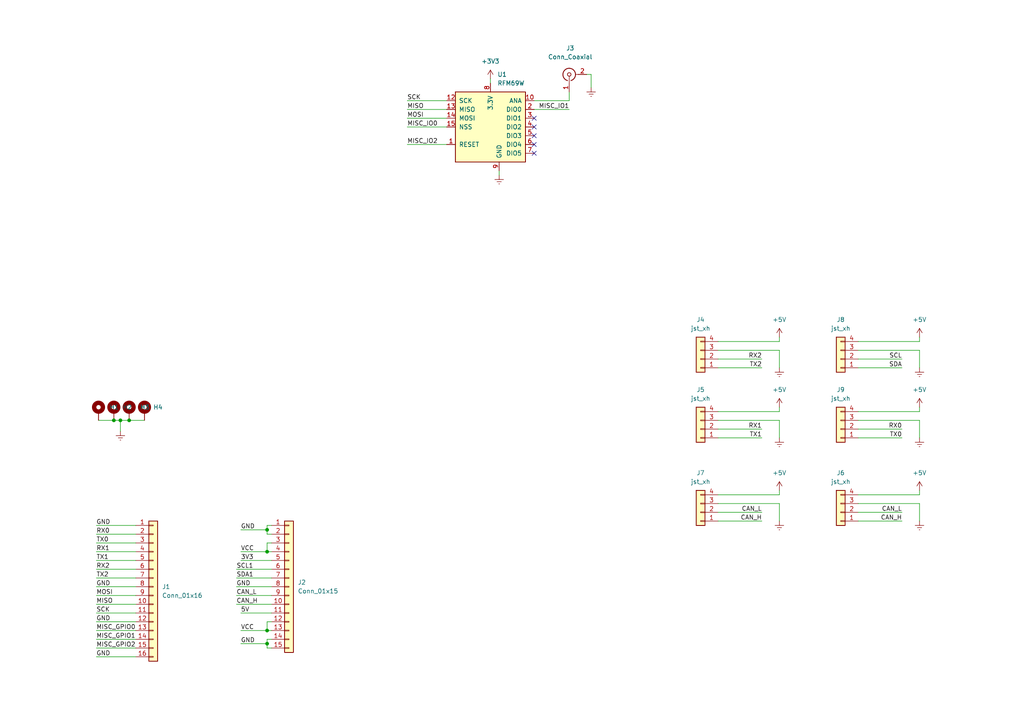
<source format=kicad_sch>
(kicad_sch (version 20211123) (generator eeschema)
  (paper "A4")
  (lib_symbols
    (symbol "Connector:Conn_Coaxial" (pin_names (offset 1.016) hide)
      (property "Reference" "J" (at 0.254 3.048 0))
      (property "Value" "Conn_Coaxial" (at 2.921 0 90))
      (symbol "Conn_Coaxial_0_1"
        (arc (start -1.778 -0.508) (mid 0.2311 -1.8066) (end 1.778 0) (stroke (width 0.254)))
        (polyline (pts (xy -2.54 0) (xy -0.508 0)))
        (polyline (pts (xy 0 -2.54) (xy 0 -1.778)))
        (circle (center 0 0) (radius 0.508) (stroke (width 0.2032)))
        (arc (start 1.778 0) (mid 0.2099 1.8101) (end -1.778 0.508) (stroke (width 0.254)))
      )
      (symbol "Conn_Coaxial_1_1"
        (pin passive line (at -5.08 0 0) (length 2.54) (name "In") (number "1"))
        (pin passive line (at 0 -5.08 90) (length 2.54) (name "Ext") (number "2"))
      )
    )
    (symbol "Connector_Generic:Conn_01x04" (pin_names (offset 1.016) hide)
      (property "Reference" "J" (at 0 5.08 0))
      (property "Value" "Conn_01x04" (at 0 -7.62 0))
      (symbol "Conn_01x04_1_1"
        (rectangle (start -1.27 -4.953) (end 0 -5.207) (stroke (width 0.1524)))
        (rectangle (start -1.27 -2.413) (end 0 -2.667) (stroke (width 0.1524)))
        (rectangle (start -1.27 0.127) (end 0 -0.127) (stroke (width 0.1524)))
        (rectangle (start -1.27 2.667) (end 0 2.413) (stroke (width 0.1524)))
        (rectangle (start -1.27 3.81) (end 1.27 -6.35) (stroke (width 0.254)) (fill (type background)))
        (pin passive line (at -5.08 2.54 0) (length 3.81) (name "Pin_1") (number "1"))
        (pin passive line (at -5.08 0 0) (length 3.81) (name "Pin_2") (number "2"))
        (pin passive line (at -5.08 -2.54 0) (length 3.81) (name "Pin_3") (number "3"))
        (pin passive line (at -5.08 -5.08 0) (length 3.81) (name "Pin_4") (number "4"))
      )
    )
    (symbol "Connector_Generic:Conn_01x15" (pin_names (offset 1.016) hide)
      (property "Reference" "J" (at 0 20.32 0))
      (property "Value" "Conn_01x15" (at 0 -20.32 0))
      (symbol "Conn_01x15_1_1"
        (rectangle (start -1.27 -17.653) (end 0 -17.907) (stroke (width 0.1524)))
        (rectangle (start -1.27 -15.113) (end 0 -15.367) (stroke (width 0.1524)))
        (rectangle (start -1.27 -12.573) (end 0 -12.827) (stroke (width 0.1524)))
        (rectangle (start -1.27 -10.033) (end 0 -10.287) (stroke (width 0.1524)))
        (rectangle (start -1.27 -7.493) (end 0 -7.747) (stroke (width 0.1524)))
        (rectangle (start -1.27 -4.953) (end 0 -5.207) (stroke (width 0.1524)))
        (rectangle (start -1.27 -2.413) (end 0 -2.667) (stroke (width 0.1524)))
        (rectangle (start -1.27 0.127) (end 0 -0.127) (stroke (width 0.1524)))
        (rectangle (start -1.27 2.667) (end 0 2.413) (stroke (width 0.1524)))
        (rectangle (start -1.27 5.207) (end 0 4.953) (stroke (width 0.1524)))
        (rectangle (start -1.27 7.747) (end 0 7.493) (stroke (width 0.1524)))
        (rectangle (start -1.27 10.287) (end 0 10.033) (stroke (width 0.1524)))
        (rectangle (start -1.27 12.827) (end 0 12.573) (stroke (width 0.1524)))
        (rectangle (start -1.27 15.367) (end 0 15.113) (stroke (width 0.1524)))
        (rectangle (start -1.27 17.907) (end 0 17.653) (stroke (width 0.1524)))
        (rectangle (start -1.27 19.05) (end 1.27 -19.05) (stroke (width 0.254)) (fill (type background)))
        (pin passive line (at -5.08 17.78 0) (length 3.81) (name "Pin_1") (number "1"))
        (pin passive line (at -5.08 -5.08 0) (length 3.81) (name "Pin_10") (number "10"))
        (pin passive line (at -5.08 -7.62 0) (length 3.81) (name "Pin_11") (number "11"))
        (pin passive line (at -5.08 -10.16 0) (length 3.81) (name "Pin_12") (number "12"))
        (pin passive line (at -5.08 -12.7 0) (length 3.81) (name "Pin_13") (number "13"))
        (pin passive line (at -5.08 -15.24 0) (length 3.81) (name "Pin_14") (number "14"))
        (pin passive line (at -5.08 -17.78 0) (length 3.81) (name "Pin_15") (number "15"))
        (pin passive line (at -5.08 15.24 0) (length 3.81) (name "Pin_2") (number "2"))
        (pin passive line (at -5.08 12.7 0) (length 3.81) (name "Pin_3") (number "3"))
        (pin passive line (at -5.08 10.16 0) (length 3.81) (name "Pin_4") (number "4"))
        (pin passive line (at -5.08 7.62 0) (length 3.81) (name "Pin_5") (number "5"))
        (pin passive line (at -5.08 5.08 0) (length 3.81) (name "Pin_6") (number "6"))
        (pin passive line (at -5.08 2.54 0) (length 3.81) (name "Pin_7") (number "7"))
        (pin passive line (at -5.08 0 0) (length 3.81) (name "Pin_8") (number "8"))
        (pin passive line (at -5.08 -2.54 0) (length 3.81) (name "Pin_9") (number "9"))
      )
    )
    (symbol "Connector_Generic:Conn_01x16" (pin_names (offset 1.016) hide)
      (property "Reference" "J" (at 0 20.32 0))
      (property "Value" "Conn_01x16" (at 0 -22.86 0))
      (symbol "Conn_01x16_1_1"
        (rectangle (start -1.27 -20.193) (end 0 -20.447) (stroke (width 0.1524)))
        (rectangle (start -1.27 -17.653) (end 0 -17.907) (stroke (width 0.1524)))
        (rectangle (start -1.27 -15.113) (end 0 -15.367) (stroke (width 0.1524)))
        (rectangle (start -1.27 -12.573) (end 0 -12.827) (stroke (width 0.1524)))
        (rectangle (start -1.27 -10.033) (end 0 -10.287) (stroke (width 0.1524)))
        (rectangle (start -1.27 -7.493) (end 0 -7.747) (stroke (width 0.1524)))
        (rectangle (start -1.27 -4.953) (end 0 -5.207) (stroke (width 0.1524)))
        (rectangle (start -1.27 -2.413) (end 0 -2.667) (stroke (width 0.1524)))
        (rectangle (start -1.27 0.127) (end 0 -0.127) (stroke (width 0.1524)))
        (rectangle (start -1.27 2.667) (end 0 2.413) (stroke (width 0.1524)))
        (rectangle (start -1.27 5.207) (end 0 4.953) (stroke (width 0.1524)))
        (rectangle (start -1.27 7.747) (end 0 7.493) (stroke (width 0.1524)))
        (rectangle (start -1.27 10.287) (end 0 10.033) (stroke (width 0.1524)))
        (rectangle (start -1.27 12.827) (end 0 12.573) (stroke (width 0.1524)))
        (rectangle (start -1.27 15.367) (end 0 15.113) (stroke (width 0.1524)))
        (rectangle (start -1.27 17.907) (end 0 17.653) (stroke (width 0.1524)))
        (rectangle (start -1.27 19.05) (end 1.27 -21.59) (stroke (width 0.254)) (fill (type background)))
        (pin passive line (at -5.08 17.78 0) (length 3.81) (name "Pin_1") (number "1"))
        (pin passive line (at -5.08 -5.08 0) (length 3.81) (name "Pin_10") (number "10"))
        (pin passive line (at -5.08 -7.62 0) (length 3.81) (name "Pin_11") (number "11"))
        (pin passive line (at -5.08 -10.16 0) (length 3.81) (name "Pin_12") (number "12"))
        (pin passive line (at -5.08 -12.7 0) (length 3.81) (name "Pin_13") (number "13"))
        (pin passive line (at -5.08 -15.24 0) (length 3.81) (name "Pin_14") (number "14"))
        (pin passive line (at -5.08 -17.78 0) (length 3.81) (name "Pin_15") (number "15"))
        (pin passive line (at -5.08 -20.32 0) (length 3.81) (name "Pin_16") (number "16"))
        (pin passive line (at -5.08 15.24 0) (length 3.81) (name "Pin_2") (number "2"))
        (pin passive line (at -5.08 12.7 0) (length 3.81) (name "Pin_3") (number "3"))
        (pin passive line (at -5.08 10.16 0) (length 3.81) (name "Pin_4") (number "4"))
        (pin passive line (at -5.08 7.62 0) (length 3.81) (name "Pin_5") (number "5"))
        (pin passive line (at -5.08 5.08 0) (length 3.81) (name "Pin_6") (number "6"))
        (pin passive line (at -5.08 2.54 0) (length 3.81) (name "Pin_7") (number "7"))
        (pin passive line (at -5.08 0 0) (length 3.81) (name "Pin_8") (number "8"))
        (pin passive line (at -5.08 -2.54 0) (length 3.81) (name "Pin_9") (number "9"))
      )
    )
    (symbol "Earth_1" (power) (pin_names (offset 0))
      (symbol "Earth_1_0_1"
        (polyline (pts (xy -0.635 -1.905) (xy 0.635 -1.905)))
        (polyline (pts (xy -0.127 -2.54) (xy 0.127 -2.54)))
        (polyline (pts (xy 0 -1.27) (xy 0 0)))
        (polyline (pts (xy 1.27 -1.27) (xy -1.27 -1.27)))
      )
      (symbol "Earth_1_1_1"
        (pin power_in line (at 0 0 270) (length 0) hide (name "Earth") (number "1"))
      )
    )
    (symbol "Earth_2" (power) (pin_names (offset 0))
      (symbol "Earth_2_0_1"
        (polyline (pts (xy -0.635 -1.905) (xy 0.635 -1.905)))
        (polyline (pts (xy -0.127 -2.54) (xy 0.127 -2.54)))
        (polyline (pts (xy 0 -1.27) (xy 0 0)))
        (polyline (pts (xy 1.27 -1.27) (xy -1.27 -1.27)))
      )
      (symbol "Earth_2_1_1"
        (pin power_in line (at 0 0 270) (length 0) hide (name "Earth") (number "1"))
      )
    )
    (symbol "Earth_3" (power) (pin_names (offset 0))
      (symbol "Earth_3_0_1"
        (polyline (pts (xy -0.635 -1.905) (xy 0.635 -1.905)))
        (polyline (pts (xy -0.127 -2.54) (xy 0.127 -2.54)))
        (polyline (pts (xy 0 -1.27) (xy 0 0)))
        (polyline (pts (xy 1.27 -1.27) (xy -1.27 -1.27)))
      )
      (symbol "Earth_3_1_1"
        (pin power_in line (at 0 0 270) (length 0) hide (name "Earth") (number "1"))
      )
    )
    (symbol "Mechanical:MountingHole_Pad" (pin_numbers hide) (pin_names (offset 1.016) hide)
      (property "Reference" "H" (at 0 6.35 0))
      (property "Value" "MountingHole_Pad" (at 0 4.445 0))
      (symbol "MountingHole_Pad_0_1"
        (circle (center 0 1.27) (radius 1.27) (stroke (width 1.27)))
      )
      (symbol "MountingHole_Pad_1_1"
        (pin input line (at 0 -2.54 90) (length 2.54) (name "1") (number "1"))
      )
    )
    (symbol "RF_Module:RFM69W" (pin_names (offset 1.016))
      (property "Reference" "U" (at -3.81 11.43 0))
      (property "Value" "RFM69W" (at -7.62 13.97 0))
      (symbol "RFM69W_0_1"
        (rectangle (start -10.16 10.16) (end 10.16 -10.16) (stroke (width 0.254)) (fill (type background)))
      )
      (symbol "RFM69W_1_1"
        (pin input line (at -12.7 -5.08 0) (length 2.54) (name "RESET") (number "1"))
        (pin output line (at 12.7 7.62 180) (length 2.54) (name "ANA") (number "10"))
        (pin passive line (at 2.54 -12.7 90) (length 2.54) hide (name "GND") (number "11"))
        (pin input line (at -12.7 7.62 0) (length 2.54) (name "SCK") (number "12"))
        (pin output line (at -12.7 5.08 0) (length 2.54) (name "MISO") (number "13"))
        (pin input line (at -12.7 2.54 0) (length 2.54) (name "MOSI") (number "14"))
        (pin input line (at -12.7 0 0) (length 2.54) (name "NSS") (number "15"))
        (pin no_connect line (at -2.54 -12.7 90) (length 2.54) hide (name "NC") (number "16"))
        (pin bidirectional line (at 12.7 5.08 180) (length 2.54) (name "DIO0") (number "2"))
        (pin bidirectional line (at 12.7 2.54 180) (length 2.54) (name "DIO1") (number "3"))
        (pin bidirectional line (at 12.7 0 180) (length 2.54) (name "DIO2") (number "4"))
        (pin bidirectional line (at 12.7 -2.54 180) (length 2.54) (name "DIO3") (number "5"))
        (pin bidirectional line (at 12.7 -5.08 180) (length 2.54) (name "DIO4") (number "6"))
        (pin bidirectional line (at 12.7 -7.62 180) (length 2.54) (name "DIO5") (number "7"))
        (pin power_in line (at 0 12.7 270) (length 2.54) (name "3.3V") (number "8"))
        (pin power_in line (at 2.54 -12.7 90) (length 2.54) (name "GND") (number "9"))
      )
    )
    (symbol "power:+3V3" (power) (pin_names (offset 0))
      (property "Value" "+3V3" (at 0 3.556 0))
      (symbol "+3V3_0_1"
        (polyline (pts (xy -0.762 1.27) (xy 0 2.54)))
        (polyline (pts (xy 0 0) (xy 0 2.54)))
        (polyline (pts (xy 0 2.54) (xy 0.762 1.27)))
      )
      (symbol "+3V3_1_1"
        (pin power_in line (at 0 0 90) (length 0) hide (name "+3V3") (number "1"))
      )
    )
    (symbol "power:+5V" (power) (pin_names (offset 0))
      (property "Value" "+5V" (at 0 3.556 0))
      (symbol "+5V_0_1"
        (polyline (pts (xy -0.762 1.27) (xy 0 2.54)))
        (polyline (pts (xy 0 0) (xy 0 2.54)))
        (polyline (pts (xy 0 2.54) (xy 0.762 1.27)))
      )
      (symbol "+5V_1_1"
        (pin power_in line (at 0 0 90) (length 0) hide (name "+5V") (number "1"))
      )
    )
    (symbol "power:Earth" (power) (pin_names (offset 0))
      (symbol "Earth_0_1"
        (polyline (pts (xy -0.635 -1.905) (xy 0.635 -1.905)))
        (polyline (pts (xy -0.127 -2.54) (xy 0.127 -2.54)))
        (polyline (pts (xy 0 -1.27) (xy 0 0)))
        (polyline (pts (xy 1.27 -1.27) (xy -1.27 -1.27)))
      )
      (symbol "Earth_1_1"
        (pin power_in line (at 0 0 270) (length 0) hide (name "Earth") (number "1"))
      )
    )
  )
  (junction (at 77.47 153.67))
  (junction (at 37.465 121.92))
  (junction (at 34.925 121.92))
  (junction (at 33.02 121.92))
  (junction (at 77.47 160.02))
  (junction (at 77.47 182.88))
  (junction (at 77.47 186.69))
  (no_connect (at 154.94 36.83))
  (no_connect (at 154.94 44.45))
  (no_connect (at 154.94 34.29))
  (no_connect (at 154.94 39.37))
  (no_connect (at 154.94 41.91))
  (wire (pts (xy 33.02 121.92) (xy 34.925 121.92)))
  (wire (pts (xy 118.11 34.29) (xy 129.54 34.29)))
  (wire (pts (xy 208.28 121.92) (xy 226.06 121.92)))
  (wire (pts (xy 208.28 104.14) (xy 220.98 104.14)))
  (wire (pts (xy 170.18 21.59) (xy 171.45 21.59)))
  (wire (pts (xy 248.92 99.06) (xy 266.7 99.06)))
  (wire (pts (xy 208.28 148.59) (xy 220.98 148.59)))
  (wire (pts (xy 208.28 146.05) (xy 226.06 146.05)))
  (wire (pts (xy 208.28 151.13) (xy 220.98 151.13)))
  (wire (pts (xy 248.92 101.6) (xy 266.7 101.6)))
  (wire (pts (xy 34.925 121.92) (xy 37.465 121.92)))
  (wire (pts (xy 208.28 143.51) (xy 226.06 143.51)))
  (wire (pts (xy 154.94 31.75) (xy 165.1 31.75)))
  (wire (pts (xy 77.47 153.67) (xy 77.47 152.4)))
  (wire (pts (xy 248.92 127) (xy 261.62 127)))
  (wire (pts (xy 69.85 162.56) (xy 78.74 162.56)))
  (wire (pts (xy 208.28 99.06) (xy 226.06 99.06)))
  (wire (pts (xy 27.94 187.96) (xy 39.37 187.96)))
  (wire (pts (xy 27.94 170.18) (xy 39.37 170.18)))
  (wire (pts (xy 78.74 154.94) (xy 77.47 154.94)))
  (wire (pts (xy 248.92 104.14) (xy 261.62 104.14)))
  (wire (pts (xy 248.92 151.13) (xy 261.62 151.13)))
  (wire (pts (xy 77.47 180.34) (xy 77.47 182.88)))
  (wire (pts (xy 77.47 185.42) (xy 78.74 185.42)))
  (wire (pts (xy 37.465 121.92) (xy 41.91 121.92)))
  (wire (pts (xy 208.28 101.6) (xy 226.06 101.6)))
  (wire (pts (xy 78.74 180.34) (xy 77.47 180.34)))
  (wire (pts (xy 208.28 119.38) (xy 226.06 119.38)))
  (wire (pts (xy 27.94 175.26) (xy 39.37 175.26)))
  (wire (pts (xy 226.06 142.24) (xy 226.06 143.51)))
  (wire (pts (xy 78.74 172.72) (xy 68.58 172.72)))
  (wire (pts (xy 226.06 101.6) (xy 226.06 106.68)))
  (wire (pts (xy 69.85 153.67) (xy 77.47 153.67)))
  (wire (pts (xy 27.94 185.42) (xy 39.37 185.42)))
  (wire (pts (xy 77.47 187.96) (xy 77.47 186.69)))
  (wire (pts (xy 78.74 187.96) (xy 77.47 187.96)))
  (wire (pts (xy 142.24 22.86) (xy 142.24 24.13)))
  (wire (pts (xy 144.78 49.53) (xy 144.78 50.8)))
  (wire (pts (xy 27.94 167.64) (xy 39.37 167.64)))
  (wire (pts (xy 69.85 182.88) (xy 77.47 182.88)))
  (wire (pts (xy 77.47 152.4) (xy 78.74 152.4)))
  (wire (pts (xy 77.47 186.69) (xy 77.47 185.42)))
  (wire (pts (xy 27.94 162.56) (xy 39.37 162.56)))
  (wire (pts (xy 266.7 121.92) (xy 266.7 127)))
  (wire (pts (xy 27.94 182.88) (xy 39.37 182.88)))
  (wire (pts (xy 77.47 157.48) (xy 77.47 160.02)))
  (wire (pts (xy 27.94 190.5) (xy 39.37 190.5)))
  (wire (pts (xy 226.06 97.79) (xy 226.06 99.06)))
  (wire (pts (xy 208.28 106.68) (xy 220.98 106.68)))
  (wire (pts (xy 165.1 26.67) (xy 165.1 29.21)))
  (wire (pts (xy 78.74 165.1) (xy 68.58 165.1)))
  (wire (pts (xy 77.47 182.88) (xy 78.74 182.88)))
  (wire (pts (xy 34.925 121.92) (xy 34.925 125.095)))
  (wire (pts (xy 266.7 118.11) (xy 266.7 119.38)))
  (wire (pts (xy 154.94 29.21) (xy 165.1 29.21)))
  (wire (pts (xy 248.92 124.46) (xy 261.62 124.46)))
  (wire (pts (xy 78.74 167.64) (xy 68.58 167.64)))
  (wire (pts (xy 118.11 41.91) (xy 129.54 41.91)))
  (wire (pts (xy 248.92 143.51) (xy 266.7 143.51)))
  (wire (pts (xy 27.94 160.02) (xy 39.37 160.02)))
  (wire (pts (xy 266.7 142.24) (xy 266.7 143.51)))
  (wire (pts (xy 69.85 160.02) (xy 77.47 160.02)))
  (wire (pts (xy 208.28 124.46) (xy 220.98 124.46)))
  (wire (pts (xy 27.94 172.72) (xy 39.37 172.72)))
  (wire (pts (xy 69.85 177.8) (xy 78.74 177.8)))
  (wire (pts (xy 248.92 148.59) (xy 261.62 148.59)))
  (wire (pts (xy 78.74 175.26) (xy 68.58 175.26)))
  (wire (pts (xy 171.45 21.59) (xy 171.45 25.4)))
  (wire (pts (xy 226.06 121.92) (xy 226.06 127)))
  (wire (pts (xy 69.85 186.69) (xy 77.47 186.69)))
  (wire (pts (xy 226.06 118.11) (xy 226.06 119.38)))
  (wire (pts (xy 248.92 121.92) (xy 266.7 121.92)))
  (wire (pts (xy 28.575 121.92) (xy 33.02 121.92)))
  (wire (pts (xy 78.74 157.48) (xy 77.47 157.48)))
  (wire (pts (xy 248.92 146.05) (xy 266.7 146.05)))
  (wire (pts (xy 27.94 152.4) (xy 39.37 152.4)))
  (wire (pts (xy 27.94 165.1) (xy 39.37 165.1)))
  (wire (pts (xy 266.7 101.6) (xy 266.7 106.68)))
  (wire (pts (xy 266.7 146.05) (xy 266.7 151.13)))
  (wire (pts (xy 77.47 160.02) (xy 78.74 160.02)))
  (wire (pts (xy 27.94 154.94) (xy 39.37 154.94)))
  (wire (pts (xy 248.92 106.68) (xy 261.62 106.68)))
  (wire (pts (xy 118.11 31.75) (xy 129.54 31.75)))
  (wire (pts (xy 266.7 97.79) (xy 266.7 99.06)))
  (wire (pts (xy 27.94 180.34) (xy 39.37 180.34)))
  (wire (pts (xy 208.28 127) (xy 220.98 127)))
  (wire (pts (xy 27.94 157.48) (xy 39.37 157.48)))
  (wire (pts (xy 68.58 170.18) (xy 78.74 170.18)))
  (wire (pts (xy 226.06 146.05) (xy 226.06 151.13)))
  (wire (pts (xy 77.47 154.94) (xy 77.47 153.67)))
  (wire (pts (xy 248.92 119.38) (xy 266.7 119.38)))
  (wire (pts (xy 27.94 177.8) (xy 39.37 177.8)))
  (wire (pts (xy 118.11 36.83) (xy 129.54 36.83)))
  (wire (pts (xy 118.11 29.21) (xy 129.54 29.21)))
  (label "MISC_GPIO0" (at 27.94 182.88 0))
  (label "RX0" (at 27.94 154.94 0))
  (label "GND" (at 27.94 152.4 0))
  (label "TX1" (at 220.98 127 180))
  (label "GND" (at 69.85 153.67 0))
  (label "SDA1" (at 68.58 167.64 0))
  (label "GND" (at 68.58 170.18 0))
  (label "3V3" (at 69.85 162.56 0))
  (label "RX1" (at 220.98 124.46 180))
  (label "MISO" (at 118.11 31.75 0))
  (label "RX2" (at 220.98 104.14 180))
  (label "CAN_H" (at 68.58 175.26 0))
  (label "RX1" (at 27.94 160.02 0))
  (label "TX2" (at 220.98 106.68 180))
  (label "MOSI" (at 27.94 172.72 0))
  (label "TX2" (at 27.94 167.64 0))
  (label "GND" (at 27.94 170.18 0))
  (label "GND" (at 27.94 180.34 0))
  (label "MOSI" (at 118.11 34.29 0))
  (label "MISC_IO0" (at 118.11 36.83 0))
  (label "CAN_L" (at 68.58 172.72 0))
  (label "CAN_H" (at 220.98 151.13 180))
  (label "CAN_H" (at 261.62 151.13 180))
  (label "CAN_L" (at 261.62 148.59 180))
  (label "CAN_L" (at 220.98 148.59 180))
  (label "GND" (at 69.85 186.69 0))
  (label "TX1" (at 27.94 162.56 0))
  (label "SCL1" (at 68.58 165.1 0))
  (label "TX0" (at 261.62 127 180))
  (label "RX2" (at 27.94 165.1 0))
  (label "MISC_IO2" (at 118.11 41.91 0))
  (label "MISC_GPIO2" (at 27.94 187.96 0))
  (label "VCC" (at 69.85 182.88 0))
  (label "SDA" (at 261.62 106.68 180))
  (label "GND" (at 27.94 190.5 0))
  (label "MISO" (at 27.94 175.26 0))
  (label "MISC_GPIO1" (at 27.94 185.42 0))
  (label "SCL" (at 261.62 104.14 180))
  (label "MISC_IO1" (at 165.1 31.75 180))
  (label "SCK" (at 27.94 177.8 0))
  (label "TX0" (at 27.94 157.48 0))
  (label "RX0" (at 261.62 124.46 180))
  (label "VCC" (at 69.85 160.02 0))
  (label "SCK" (at 118.11 29.21 0))
  (label "5V" (at 69.85 177.8 0))
  (symbol (lib_id "power:+5V") (at 266.7 118.11 0) (unit 1)
    (property "Reference" "#PWR0107" (effects hide))
    (property "Value" "+5V" (at 266.7 113.03 0))
  )
  (symbol (lib_id "power:+5V") (at 266.7 97.79 0) (unit 1)
    (property "Reference" "#PWR0111" (effects hide))
    (property "Value" "+5V" (at 266.7 92.71 0))
  )
  (symbol (lib_id "Mechanical:MountingHole_Pad") (at 37.465 119.38 0) (unit 1)
    (property "Reference" "H3" (at 40.64 118.1099 0) (effects (justify left)))
    (property "Value" "MountingHole_Pad" (effects hide))
    (property "Footprint" "MountingHole:MountingHole_2.2mm_M2_Pad_Via" (effects hide))
  )
  (symbol (lib_name "Earth_1") (lib_id "power:Earth") (at 266.7 127 0) (unit 1)
    (property "Reference" "#PWR0106" (effects hide))
    (property "Value" "Earth" (effects hide))
  )
  (symbol (lib_id "Connector_Generic:Conn_01x04") (at 243.84 124.46 180) (unit 1)
    (property "Reference" "J9" (at 243.84 113.03 0))
    (property "Value" "jst_xh" (at 243.84 115.57 0))
    (property "Footprint" "Connector_JST:JST_XH_B4B-XH-A_1x04_P2.50mm_Vertical" (effects hide))
  )
  (symbol (lib_id "power:Earth") (at 34.925 125.095 0) (unit 1)
    (property "Reference" "#PWR01" (effects hide))
    (property "Value" "Earth" (effects hide))
  )
  (symbol (lib_id "power:+5V") (at 226.06 118.11 0) (unit 1)
    (property "Reference" "#PWR0109" (effects hide))
    (property "Value" "+5V" (at 226.06 113.03 0))
  )
  (symbol (lib_id "Connector_Generic:Conn_01x04") (at 243.84 148.59 180) (unit 1)
    (property "Reference" "J6" (at 243.84 137.16 0))
    (property "Value" "jst_xh" (at 243.84 139.7 0))
    (property "Footprint" "Connector_JST:JST_XH_B4B-XH-A_1x04_P2.50mm_Vertical" (effects hide))
  )
  (symbol (lib_id "Mechanical:MountingHole_Pad") (at 41.91 119.38 0) (unit 1)
    (property "Reference" "H4" (at 44.45 118.1099 0) (effects (justify left)))
    (property "Value" "MountingHole_Pad" (effects hide))
    (property "Footprint" "MountingHole:MountingHole_2.2mm_M2_Pad_Via" (effects hide))
  )
  (symbol (lib_id "power:+5V") (at 226.06 97.79 0) (unit 1)
    (property "Reference" "#PWR0112" (effects hide))
    (property "Value" "+5V" (at 226.06 92.71 0))
  )
  (symbol (lib_id "Connector_Generic:Conn_01x15") (at 83.82 170.18 0) (unit 1)
    (property "Reference" "J2" (at 86.36 168.9099 0) (effects (justify left)))
    (property "Value" "Conn_01x15" (at 86.36 171.4499 0) (effects (justify left)))
    (property "Footprint" "Connector_PinHeader_2.54mm:PinHeader_1x15_P2.54mm_Vertical" (effects hide))
  )
  (symbol (lib_name "Earth_3") (lib_id "power:Earth") (at 144.78 50.8 0) (unit 1)
    (property "Reference" "#PWR0115" (effects hide))
    (property "Value" "Earth" (effects hide))
  )
  (symbol (lib_id "Connector_Generic:Conn_01x04") (at 203.2 148.59 180) (unit 1)
    (property "Reference" "J7" (at 203.2 137.16 0))
    (property "Value" "jst_xh" (at 203.2 139.7 0))
    (property "Footprint" "Connector_JST:JST_XH_B4B-XH-A_1x04_P2.50mm_Vertical" (effects hide))
  )
  (symbol (lib_name "Earth_1") (lib_id "power:Earth") (at 266.7 151.13 0) (unit 1)
    (property "Reference" "#PWR0102" (effects hide))
    (property "Value" "Earth" (effects hide))
  )
  (symbol (lib_id "Connector_Generic:Conn_01x04") (at 203.2 124.46 180) (unit 1)
    (property "Reference" "J5" (at 203.2 113.03 0))
    (property "Value" "jst_xh" (at 203.2 115.57 0))
    (property "Footprint" "Connector_JST:JST_XH_B4B-XH-A_1x04_P2.50mm_Vertical" (effects hide))
  )
  (symbol (lib_name "Earth_1") (lib_id "power:Earth") (at 226.06 151.13 0) (unit 1)
    (property "Reference" "#PWR0101" (effects hide))
    (property "Value" "Earth" (effects hide))
  )
  (symbol (lib_id "power:+3V3") (at 142.24 22.86 0) (unit 1)
    (property "Reference" "#PWR0114" (effects hide))
    (property "Value" "+3V3" (at 142.24 17.78 0))
  )
  (symbol (lib_id "Connector_Generic:Conn_01x04") (at 243.84 104.14 180) (unit 1)
    (property "Reference" "J8" (at 243.84 92.71 0))
    (property "Value" "jst_xh" (at 243.84 95.25 0))
    (property "Footprint" "Connector_JST:JST_XH_B4B-XH-A_1x04_P2.50mm_Vertical" (effects hide))
  )
  (symbol (lib_id "Connector_Generic:Conn_01x16") (at 44.45 170.18 0) (unit 1)
    (property "Reference" "J1" (at 46.99 170.1799 0) (effects (justify left)))
    (property "Value" "Conn_01x16" (at 46.99 172.7199 0) (effects (justify left)))
    (property "Footprint" "Connector_PinHeader_2.54mm:PinHeader_1x16_P2.54mm_Vertical" (effects hide))
  )
  (symbol (lib_name "Earth_1") (lib_id "power:Earth") (at 226.06 106.68 0) (unit 1)
    (property "Reference" "#PWR0108" (effects hide))
    (property "Value" "Earth" (effects hide))
  )
  (symbol (lib_name "Earth_1") (lib_id "power:Earth") (at 226.06 127 0) (unit 1)
    (property "Reference" "#PWR0104" (effects hide))
    (property "Value" "Earth" (effects hide))
  )
  (symbol (lib_name "Earth_2") (lib_id "power:Earth") (at 171.45 25.4 0) (unit 1)
    (property "Reference" "#PWR0113" (effects hide))
    (property "Value" "Earth" (effects hide))
  )
  (symbol (lib_id "RF_Module:RFM69W") (at 142.24 36.83 0) (unit 1)
    (property "Reference" "U1" (at 144.2594 21.59 0) (effects (justify left)))
    (property "Value" "RFM69W" (at 144.2594 24.13 0) (effects (justify left)))
    (property "Footprint" "RF_Module:HOPERF_RFM69HW" (effects hide))
    (property "Datasheet" "https://www.hoperf.com/data/upload/portal/20181127/5bfcbe34756e1.pdf" (effects hide))
  )
  (symbol (lib_id "Connector:Conn_Coaxial") (at 165.1 21.59 90) (unit 1)
    (property "Reference" "J3" (at 165.3932 13.97 90))
    (property "Value" "Conn_Coaxial" (at 165.3932 16.51 90))
    (property "Footprint" "Connector_Coaxial:SMA_Molex_73251-1153_EdgeMount_Horizontal" (effects hide))
    (property "Datasheet" " ~" (effects hide))
  )
  (symbol (lib_name "Earth_1") (lib_id "power:Earth") (at 266.7 106.68 0) (unit 1)
    (property "Reference" "#PWR0110" (effects hide))
    (property "Value" "Earth" (effects hide))
  )
  (symbol (lib_id "power:+5V") (at 226.06 142.24 0) (unit 1)
    (property "Reference" "#PWR0103" (effects hide))
    (property "Value" "+5V" (at 226.06 137.16 0))
  )
  (symbol (lib_id "power:+5V") (at 266.7 142.24 0) (unit 1)
    (property "Reference" "#PWR0105" (effects hide))
    (property "Value" "+5V" (at 266.7 137.16 0))
  )
  (symbol (lib_id "Mechanical:MountingHole_Pad") (at 33.02 119.38 0) (unit 1)
    (property "Reference" "H2" (at 35.56 118.1099 0) (effects (justify left)))
    (property "Value" "MountingHole_Pad" (effects hide))
    (property "Footprint" "MountingHole:MountingHole_2.2mm_M2_Pad_Via" (effects hide))
  )
  (symbol (lib_id "Connector_Generic:Conn_01x04") (at 203.2 104.14 180) (unit 1)
    (property "Reference" "J4" (at 203.2 92.71 0))
    (property "Value" "jst_xh" (at 203.2 95.25 0))
    (property "Footprint" "Connector_JST:JST_XH_B4B-XH-A_1x04_P2.50mm_Vertical" (effects hide))
  )
  (symbol (lib_id "Mechanical:MountingHole_Pad") (at 28.575 119.38 0) (unit 1)
    (property "Reference" "H1" (at 31.75 118.1099 0) (effects (justify left)))
    (property "Value" "MountingHole_Pad" (effects hide))
    (property "Footprint" "MountingHole:MountingHole_2.2mm_M2_Pad_Via" (effects hide))
  )
)
</source>
